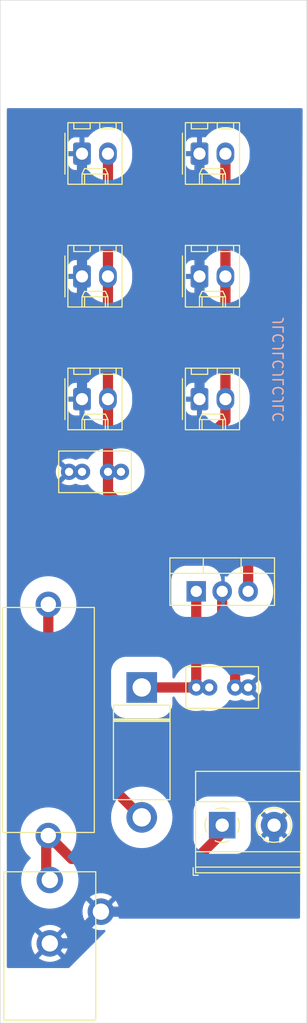
<source format=kicad_pcb>
(kicad_pcb (version 20221018) (generator pcbnew)
  (layers (0 "F.Cu" signal) (31 "B.Cu" signal) (34 "B.Paste" user) (35 "F.Paste" user) (36 "B.SilkS" user "B.Silkscreen") (37 "F.SilkS" user "F.Silkscreen") (38 "B.Mask" user) (39 "F.Mask" user) (44 "Edge.Cuts" user))
  (net 0 "")
  (net 1 "Net-(D2-K)")
  (net 2 "GND")
  (net 3 "+5V")
  (net 4 "Net-(D2-A)")
  (net 5 "Net-(J2-Pin_1)")
  (footprint "power:D_DO-201AE_P12.70mm_Horizontal" (layer "F.Cu") (at 53.848 107.188 -90)
    (fp_text reference "D2" hide)
    (fp_text value "D_Schottky" hide)
    (fp_line (start 1.54 0) (end 1.73 0) (stroke (width 0.12)) (layer "F.SilkS"))
    (fp_line (start 1.73 -2.77) (end 1.73 2.77) (stroke (width 0.12)) (layer "F.SilkS"))
    (fp_line (start 1.73 2.77) (end 10.97 2.77) (stroke (width 0.12)) (layer "F.SilkS"))
    (fp_line (start 3.08 -2.77) (end 3.08 2.77) (stroke (width 0.12)) (layer "F.SilkS"))
    (fp_line (start 3.2 -2.77) (end 3.2 2.77) (stroke (width 0.12)) (layer "F.SilkS"))
    (fp_line (start 3.32 -2.77) (end 3.32 2.77) (stroke (width 0.12)) (layer "F.SilkS"))
    (fp_line (start 10.97 -2.77) (end 1.73 -2.77) (stroke (width 0.12)) (layer "F.SilkS"))
    (fp_line (start 10.97 2.77) (end 10.97 -2.77) (stroke (width 0.12)) (layer "F.SilkS"))
    (fp_line (start 11.16 0) (end 10.97 0) (stroke (width 0.12)) (layer "F.SilkS"))
    (pad "1" thru_hole rect (at 0 0 270) (size 3 3) (drill 1.8) (layers "*.Cu" "*.Mask") (net 1 "Net-(D2-K)"))
    (pad "2" thru_hole oval (at 12.7 0 270) (size 3 3) (drill 1.8) (layers "*.Cu" "*.Mask") (net 4 "Net-(D2-A)"))
  )
  (footprint "power:CLIFF_FCR681465P" (layer "F.Cu") (at 44.85 139.709 -90)
    (fp_text reference "J1" hide)
    (fp_text value "CLIFF_FCR681465P" hide)
    (fp_line (start -14.5 -4.5) (end 0 -4.5) (stroke (width 0.12)) (layer "F.SilkS"))
    (fp_line (start -14.5 4.5) (end -14.5 -4.5) (stroke (width 0.12)) (layer "F.SilkS"))
    (fp_line (start 0 -4.5) (end 0 4.5) (stroke (width 0.12)) (layer "F.SilkS"))
    (fp_line (start 0 4.5) (end -14.5 4.5) (stroke (width 0.12)) (layer "F.SilkS"))
    (pad "1" thru_hole circle (at -13.7 0 270) (size 2.6 2.6) (drill 1.6) (layers "*.Cu" "*.Mask") (net 5 "Net-(J2-Pin_1)"))
    (pad "2" thru_hole circle (at -10.6 -5 270) (size 2.6 2.6) (drill 1.6) (layers "*.Cu" "*.Mask") (net 2 "GND"))
    (pad "3" thru_hole circle (at -7.5 0 270) (size 2.6 2.6) (drill 1.6) (layers "*.Cu" "*.Mask") (net 2 "GND"))
  )
  (footprint "Connector_Molex:Molex_KK-254_AE-6410-02A_1x02_P2.54mm_Vertical" (layer "F.Cu") (at 59.5 79)
    (fp_text reference "J10" hide)
    (fp_text value "Conn_01x02" hide)
    (fp_line (start -1.67 -2) (end -1.67 2) (stroke (width 0.12)) (layer "F.SilkS"))
    (fp_line (start -1.38 -3.03) (end -1.38 2.99) (stroke (width 0.12)) (layer "F.SilkS"))
    (fp_line (start -1.38 2.99) (end 3.92 2.99) (stroke (width 0.12)) (layer "F.SilkS"))
    (fp_line (start -0.8 -3.03) (end -0.8 -2.43) (stroke (width 0.12)) (layer "F.SilkS"))
    (fp_line (start -0.8 -2.43) (end 0.8 -2.43) (stroke (width 0.12)) (layer "F.SilkS"))
    (fp_line (start 0 1.99) (end 0.25 1.46) (stroke (width 0.12)) (layer "F.SilkS"))
    (fp_line (start 0 1.99) (end 2.54 1.99) (stroke (width 0.12)) (layer "F.SilkS"))
    (fp_line (start 0 2.99) (end 0 1.99) (stroke (width 0.12)) (layer "F.SilkS"))
    (fp_line (start 0.25 1.46) (end 2.29 1.46) (stroke (width 0.12)) (layer "F.SilkS"))
    (fp_line (start 0.25 2.99) (end 0.25 1.99) (stroke (width 0.12)) (layer "F.SilkS"))
    (fp_line (start 0.8 -2.43) (end 0.8 -3.03) (stroke (width 0.12)) (layer "F.SilkS"))
    (fp_line (start 1.74 -3.03) (end 1.74 -2.43) (stroke (width 0.12)) (layer "F.SilkS"))
    (fp_line (start 1.74 -2.43) (end 3.34 -2.43) (stroke (width 0.12)) (layer "F.SilkS"))
    (fp_line (start 2.29 1.46) (end 2.54 1.99) (stroke (width 0.12)) (layer "F.SilkS"))
    (fp_line (start 2.29 2.99) (end 2.29 1.99) (stroke (width 0.12)) (layer "F.SilkS"))
    (fp_line (start 2.54 1.99) (end 2.54 2.99) (stroke (width 0.12)) (layer "F.SilkS"))
    (fp_line (start 3.34 -2.43) (end 3.34 -3.03) (stroke (width 0.12)) (layer "F.SilkS"))
    (fp_line (start 3.92 -3.03) (end -1.38 -3.03) (stroke (width 0.12)) (layer "F.SilkS"))
    (fp_line (start 3.92 2.99) (end 3.92 -3.03) (stroke (width 0.12)) (layer "F.SilkS"))
    (pad "1" thru_hole roundrect (at 0 0) (size 1.74 2.19) (drill 1.19) (layers "*.Cu" "*.Mask") (roundrect_rratio 0.1436781609) (net 2 "GND"))
    (pad "2" thru_hole oval (at 2.54 0) (size 1.74 2.19) (drill 1.19) (layers "*.Cu" "*.Mask") (net 3 "+5V"))
  )
  (footprint "power:MountingHole_3.5mm" (layer "F.Cu") (at 55 135)
    (fp_text reference "H1" hide)
    (fp_text value "MountingHole" hide)
    (pad "" np_thru_hole circle (at 0 0) (size 3.5 3.5) (drill 3.5) (layers "*.Cu" "*.Mask"))
  )
  (footprint "Connector_Molex:Molex_KK-254_AE-6410-02A_1x02_P2.54mm_Vertical" (layer "F.Cu") (at 48 79)
    (fp_text reference "J9" hide)
    (fp_text value "Conn_01x02" hide)
    (fp_line (start -1.67 -2) (end -1.67 2) (stroke (width 0.12)) (layer "F.SilkS"))
    (fp_line (start -1.38 -3.03) (end -1.38 2.99) (stroke (width 0.12)) (layer "F.SilkS"))
    (fp_line (start -1.38 2.99) (end 3.92 2.99) (stroke (width 0.12)) (layer "F.SilkS"))
    (fp_line (start -0.8 -3.03) (end -0.8 -2.43) (stroke (width 0.12)) (layer "F.SilkS"))
    (fp_line (start -0.8 -2.43) (end 0.8 -2.43) (stroke (width 0.12)) (layer "F.SilkS"))
    (fp_line (start 0 1.99) (end 0.25 1.46) (stroke (width 0.12)) (layer "F.SilkS"))
    (fp_line (start 0 1.99) (end 2.54 1.99) (stroke (width 0.12)) (layer "F.SilkS"))
    (fp_line (start 0 2.99) (end 0 1.99) (stroke (width 0.12)) (layer "F.SilkS"))
    (fp_line (start 0.25 1.46) (end 2.29 1.46) (stroke (width 0.12)) (layer "F.SilkS"))
    (fp_line (start 0.25 2.99) (end 0.25 1.99) (stroke (width 0.12)) (layer "F.SilkS"))
    (fp_line (start 0.8 -2.43) (end 0.8 -3.03) (stroke (width 0.12)) (layer "F.SilkS"))
    (fp_line (start 1.74 -3.03) (end 1.74 -2.43) (stroke (width 0.12)) (layer "F.SilkS"))
    (fp_line (start 1.74 -2.43) (end 3.34 -2.43) (stroke (width 0.12)) (layer "F.SilkS"))
    (fp_line (start 2.29 1.46) (end 2.54 1.99) (stroke (width 0.12)) (layer "F.SilkS"))
    (fp_line (start 2.29 2.99) (end 2.29 1.99) (stroke (width 0.12)) (layer "F.SilkS"))
    (fp_line (start 2.54 1.99) (end 2.54 2.99) (stroke (width 0.12)) (layer "F.SilkS"))
    (fp_line (start 3.34 -2.43) (end 3.34 -3.03) (stroke (width 0.12)) (layer "F.SilkS"))
    (fp_line (start 3.92 -3.03) (end -1.38 -3.03) (stroke (width 0.12)) (layer "F.SilkS"))
    (fp_line (start 3.92 2.99) (end 3.92 -3.03) (stroke (width 0.12)) (layer "F.SilkS"))
    (pad "1" thru_hole roundrect (at 0 0) (size 1.74 2.19) (drill 1.19) (layers "*.Cu" "*.Mask") (roundrect_rratio 0.1436781609) (net 2 "GND"))
    (pad "2" thru_hole oval (at 2.54 0) (size 1.74 2.19) (drill 1.19) (layers "*.Cu" "*.Mask") (net 3 "+5V"))
  )
  (footprint "Package_TO_SOT_THT:TO-220-3_Vertical" (layer "F.Cu") (at 59.182 97.79)
    (fp_text reference "U1" hide)
    (fp_text value "L7805" hide)
    (fp_line (start -2.58 -3.27) (end -2.58 1.371) (stroke (width 0.12)) (layer "F.SilkS"))
    (fp_line (start -2.58 -3.27) (end 7.66 -3.27) (stroke (width 0.12)) (layer "F.SilkS"))
    (fp_line (start -2.58 -1.76) (end 7.66 -1.76) (stroke (width 0.12)) (layer "F.SilkS"))
    (fp_line (start -2.58 1.371) (end 7.66 1.371) (stroke (width 0.12)) (layer "F.SilkS"))
    (fp_line (start 0.69 -3.27) (end 0.69 -1.76) (stroke (width 0.12)) (layer "F.SilkS"))
    (fp_line (start 4.391 -3.27) (end 4.391 -1.76) (stroke (width 0.12)) (layer "F.SilkS"))
    (fp_line (start 7.66 -3.27) (end 7.66 1.371) (stroke (width 0.12)) (layer "F.SilkS"))
    (pad "1" thru_hole rect (at 0 0) (size 1.905 2) (drill 1.1) (layers "*.Cu" "*.Mask") (net 1 "Net-(D2-K)"))
    (pad "2" thru_hole oval (at 2.54 0) (size 1.905 2) (drill 1.1) (layers "*.Cu" "*.Mask") (net 2 "GND"))
    (pad "3" thru_hole oval (at 5.08 0) (size 1.905 2) (drill 1.1) (layers "*.Cu" "*.Mask") (net 3 "+5V"))
  )
  (footprint "Connector_Molex:Molex_KK-254_AE-6410-02A_1x02_P2.54mm_Vertical" (layer "F.Cu") (at 48 55)
    (fp_text reference "J3" hide)
    (fp_text value "Conn_01x02" hide)
    (fp_line (start -1.67 -2) (end -1.67 2) (stroke (width 0.12)) (layer "F.SilkS"))
    (fp_line (start -1.38 -3.03) (end -1.38 2.99) (stroke (width 0.12)) (layer "F.SilkS"))
    (fp_line (start -1.38 2.99) (end 3.92 2.99) (stroke (width 0.12)) (layer "F.SilkS"))
    (fp_line (start -0.8 -3.03) (end -0.8 -2.43) (stroke (width 0.12)) (layer "F.SilkS"))
    (fp_line (start -0.8 -2.43) (end 0.8 -2.43) (stroke (width 0.12)) (layer "F.SilkS"))
    (fp_line (start 0 1.99) (end 0.25 1.46) (stroke (width 0.12)) (layer "F.SilkS"))
    (fp_line (start 0 1.99) (end 2.54 1.99) (stroke (width 0.12)) (layer "F.SilkS"))
    (fp_line (start 0 2.99) (end 0 1.99) (stroke (width 0.12)) (layer "F.SilkS"))
    (fp_line (start 0.25 1.46) (end 2.29 1.46) (stroke (width 0.12)) (layer "F.SilkS"))
    (fp_line (start 0.25 2.99) (end 0.25 1.99) (stroke (width 0.12)) (layer "F.SilkS"))
    (fp_line (start 0.8 -2.43) (end 0.8 -3.03) (stroke (width 0.12)) (layer "F.SilkS"))
    (fp_line (start 1.74 -3.03) (end 1.74 -2.43) (stroke (width 0.12)) (layer "F.SilkS"))
    (fp_line (start 1.74 -2.43) (end 3.34 -2.43) (stroke (width 0.12)) (layer "F.SilkS"))
    (fp_line (start 2.29 1.46) (end 2.54 1.99) (stroke (width 0.12)) (layer "F.SilkS"))
    (fp_line (start 2.29 2.99) (end 2.29 1.99) (stroke (width 0.12)) (layer "F.SilkS"))
    (fp_line (start 2.54 1.99) (end 2.54 2.99) (stroke (width 0.12)) (layer "F.SilkS"))
    (fp_line (start 3.34 -2.43) (end 3.34 -3.03) (stroke (width 0.12)) (layer "F.SilkS"))
    (fp_line (start 3.92 -3.03) (end -1.38 -3.03) (stroke (width 0.12)) (layer "F.SilkS"))
    (fp_line (start 3.92 2.99) (end 3.92 -3.03) (stroke (width 0.12)) (layer "F.SilkS"))
    (pad "1" thru_hole roundrect (at 0 0) (size 1.74 2.19) (drill 1.19) (layers "*.Cu" "*.Mask") (roundrect_rratio 0.1436781609) (net 2 "GND"))
    (pad "2" thru_hole oval (at 2.54 0) (size 1.74 2.19) (drill 1.19) (layers "*.Cu" "*.Mask") (net 3 "+5V"))
  )
  (footprint "power:C_Rect_L7.2mm_W2.2mm_P2.54mm_P5.08mm" (layer "F.Cu") (at 51.816 86.106 180)
    (fp_text reference "C4" hide)
    (fp_text value "100n" hide)
    (fp_line (start -1.016 -2.032) (end -1.016 2.032) (stroke (width 0.12)) (layer "F.SilkS"))
    (fp_line (start -1.016 -2.032) (end 6.096 -2.032) (stroke (width 0.12)) (layer "F.SilkS"))
    (fp_line (start -1.016 2.032) (end 6.096 2.032) (stroke (width 0.12)) (layer "F.SilkS"))
    (fp_line (start 6.096 -2.032) (end 6.096 2.032) (stroke (width 0.12)) (layer "F.SilkS"))
    (pad "1" thru_hole circle (at 0 0 180) (size 1.6 1.6) (drill 0.8) (layers "*.Cu" "*.Mask") (net 3 "+5V"))
    (pad "1" thru_hole circle (at 1.27 0 180) (size 1.6 1.6) (drill 0.8) (layers "*.Cu" "*.Mask") (net 3 "+5V"))
    (pad "2" thru_hole circle (at 3.81 0 180) (size 1.6 1.6) (drill 0.8) (layers "*.Cu" "*.Mask") (net 2 "GND"))
    (pad "2" thru_hole circle (at 5.08 0 180) (size 1.6 1.6) (drill 0.8) (layers "*.Cu" "*.Mask") (net 2 "GND"))
  )
  (footprint "power:C_Rect_L7.2mm_W2.2mm_P2.54mm_P5.08mm" (layer "F.Cu") (at 59.182 107.188)
    (fp_text reference "C3" hide)
    (fp_text value "330n" hide)
    (fp_line (start -1.016 -2.032) (end -1.016 2.032) (stroke (width 0.12)) (layer "F.SilkS"))
    (fp_line (start -1.016 -2.032) (end 6.096 -2.032) (stroke (width 0.12)) (layer "F.SilkS"))
    (fp_line (start -1.016 2.032) (end 6.096 2.032) (stroke (width 0.12)) (layer "F.SilkS"))
    (fp_line (start 6.096 -2.032) (end 6.096 2.032) (stroke (width 0.12)) (layer "F.SilkS"))
    (pad "1" thru_hole circle (at 0 0) (size 1.6 1.6) (drill 0.8) (layers "*.Cu" "*.Mask") (net 1 "Net-(D2-K)"))
    (pad "1" thru_hole circle (at 1.27 0) (size 1.6 1.6) (drill 0.8) (layers "*.Cu" "*.Mask") (net 1 "Net-(D2-K)"))
    (pad "2" thru_hole circle (at 3.81 0) (size 1.6 1.6) (drill 0.8) (layers "*.Cu" "*.Mask") (net 2 "GND"))
    (pad "2" thru_hole circle (at 5.08 0) (size 1.6 1.6) (drill 0.8) (layers "*.Cu" "*.Mask") (net 2 "GND"))
  )
  (footprint "TerminalBlock_Phoenix:TerminalBlock_Phoenix_MKDS-1,5-2-5.08_1x02_P5.08mm_Horizontal" (layer "F.Cu") (at 61.722 120.65)
    (fp_text reference "J2" hide)
    (fp_text value "Screw_Terminal_01x02" hide)
    (fp_line (start -2.84 4.16) (end -2.84 4.9) (stroke (width 0.12)) (layer "F.SilkS"))
    (fp_line (start -2.84 4.9) (end -2.34 4.9) (stroke (width 0.12)) (layer "F.SilkS"))
    (fp_line (start -2.6 -5.261) (end -2.6 4.66) (stroke (width 0.12)) (layer "F.SilkS"))
    (fp_line (start -2.6 -5.261) (end 7.68 -5.261) (stroke (width 0.12)) (layer "F.SilkS"))
    (fp_line (start -2.6 -2.301) (end 7.68 -2.301) (stroke (width 0.12)) (layer "F.SilkS"))
    (fp_line (start -2.6 2.6) (end 7.68 2.6) (stroke (width 0.12)) (layer "F.SilkS"))
    (fp_line (start -2.6 4.1) (end 7.68 4.1) (stroke (width 0.12)) (layer "F.SilkS"))
    (fp_line (start -2.6 4.66) (end 7.68 4.66) (stroke (width 0.12)) (layer "F.SilkS"))
    (fp_line (start 3.853 1.023) (end 3.806 1.069) (stroke (width 0.12)) (layer "F.SilkS"))
    (fp_line (start 4.046 1.239) (end 4.011 1.274) (stroke (width 0.12)) (layer "F.SilkS"))
    (fp_line (start 6.15 -1.275) (end 6.115 -1.239) (stroke (width 0.12)) (layer "F.SilkS"))
    (fp_line (start 6.355 -1.069) (end 6.308 -1.023) (stroke (width 0.12)) (layer "F.SilkS"))
    (fp_line (start 7.68 -5.261) (end 7.68 4.66) (stroke (width 0.12)) (layer "F.SilkS"))
    (fp_arc (start -1.535427 0.683042) (mid -1.680501 -0.000524) (end -1.535 -0.684) (stroke (width 0.12)) (layer "F.SilkS"))
    (fp_arc (start -0.683042 -1.535427) (mid 0.000524 -1.680501) (end 0.684 -1.535) (stroke (width 0.12)) (layer "F.SilkS"))
    (fp_arc (start 0.028805 1.680253) (mid -0.335551 1.646659) (end -0.684 1.535) (stroke (width 0.12)) (layer "F.SilkS"))
    (fp_arc (start 0.683318 1.534756) (mid 0.349292 1.643288) (end 0 1.68) (stroke (width 0.12)) (layer "F.SilkS"))
    (fp_arc (start 1.535427 -0.683042) (mid 1.680501 0.000524) (end 1.535 0.684) (stroke (width 0.12)) (layer "F.SilkS"))
    (fp_circle (center 5.08 0) (end 6.76 0) (stroke (width 0.12)) (fill none) (layer "F.SilkS"))
    (pad "1" thru_hole rect (at 0 0) (size 2.6 2.6) (drill 1.3) (layers "*.Cu" "*.Mask") (net 5 "Net-(J2-Pin_1)"))
    (pad "2" thru_hole circle (at 5.08 0) (size 2.6 2.6) (drill 1.3) (layers "*.Cu" "*.Mask") (net 2 "GND"))
  )
  (footprint "power:Sicherungshalter" (layer "F.Cu") (at 44.704 121.366 90)
    (fp_text reference "F1" hide)
    (fp_text value "Fuse" hide)
    (fp_line (start 0 -4.5) (end 22 -4.5) (stroke (width 0.12)) (layer "F.SilkS"))
    (fp_line (start 0 4.5) (end 0 -4.5) (stroke (width 0.12)) (layer "F.SilkS"))
    (fp_line (start 0 4.5) (end 22 4.5) (stroke (width 0.12)) (layer "F.SilkS"))
    (fp_line (start 22 -4.5) (end 22 4.5) (stroke (width 0.12)) (layer "F.SilkS"))
    (pad "1" thru_hole circle (at -0.3 0 90) (size 2.5 2.5) (drill 1.5) (layers "*.Cu" "*.Mask") (net 5 "Net-(J2-Pin_1)"))
    (pad "2" thru_hole circle (at 22.3 0 90) (size 2.5 2.5) (drill 1.5) (layers "*.Cu" "*.Mask") (net 4 "Net-(D2-A)"))
  )
  (footprint "power:MountingHole_3.5mm" (layer "F.Cu") (at 55 45)
    (fp_text reference "H2" hide)
    (fp_text value "MountingHole" hide)
    (pad "" np_thru_hole circle (at 0 0) (size 3.5 3.5) (drill 3.5) (layers "*.Cu" "*.Mask"))
  )
  (footprint "Connector_Molex:Molex_KK-254_AE-6410-02A_1x02_P2.54mm_Vertical" (layer "F.Cu") (at 48 67)
    (fp_text reference "J7" hide)
    (fp_text value "Conn_01x02" hide)
    (fp_line (start -1.67 -2) (end -1.67 2) (stroke (width 0.12)) (layer "F.SilkS"))
    (fp_line (start -1.38 -3.03) (end -1.38 2.99) (stroke (width 0.12)) (layer "F.SilkS"))
    (fp_line (start -1.38 2.99) (end 3.92 2.99) (stroke (width 0.12)) (layer "F.SilkS"))
    (fp_line (start -0.8 -3.03) (end -0.8 -2.43) (stroke (width 0.12)) (layer "F.SilkS"))
    (fp_line (start -0.8 -2.43) (end 0.8 -2.43) (stroke (width 0.12)) (layer "F.SilkS"))
    (fp_line (start 0 1.99) (end 0.25 1.46) (stroke (width 0.12)) (layer "F.SilkS"))
    (fp_line (start 0 1.99) (end 2.54 1.99) (stroke (width 0.12)) (layer "F.SilkS"))
    (fp_line (start 0 2.99) (end 0 1.99) (stroke (width 0.12)) (layer "F.SilkS"))
    (fp_line (start 0.25 1.46) (end 2.29 1.46) (stroke (width 0.12)) (layer "F.SilkS"))
    (fp_line (start 0.25 2.99) (end 0.25 1.99) (stroke (width 0.12)) (layer "F.SilkS"))
    (fp_line (start 0.8 -2.43) (end 0.8 -3.03) (stroke (width 0.12)) (layer "F.SilkS"))
    (fp_line (start 1.74 -3.03) (end 1.74 -2.43) (stroke (width 0.12)) (layer "F.SilkS"))
    (fp_line (start 1.74 -2.43) (end 3.34 -2.43) (stroke (width 0.12)) (layer "F.SilkS"))
    (fp_line (start 2.29 1.46) (end 2.54 1.99) (stroke (width 0.12)) (layer "F.SilkS"))
    (fp_line (start 2.29 2.99) (end 2.29 1.99) (stroke (width 0.12)) (layer "F.SilkS"))
    (fp_line (start 2.54 1.99) (end 2.54 2.99) (stroke (width 0.12)) (layer "F.SilkS"))
    (fp_line (start 3.34 -2.43) (end 3.34 -3.03) (stroke (width 0.12)) (layer "F.SilkS"))
    (fp_line (start 3.92 -3.03) (end -1.38 -3.03) (stroke (width 0.12)) (layer "F.SilkS"))
    (fp_line (start 3.92 2.99) (end 3.92 -3.03) (stroke (width 0.12)) (layer "F.SilkS"))
    (pad "1" thru_hole roundrect (at 0 0) (size 1.74 2.19) (drill 1.19) (layers "*.Cu" "*.Mask") (roundrect_rratio 0.1436781609) (net 2 "GND"))
    (pad "2" thru_hole oval (at 2.54 0) (size 1.74 2.19) (drill 1.19) (layers "*.Cu" "*.Mask") (net 3 "+5V"))
  )
  (footprint "Connector_Molex:Molex_KK-254_AE-6410-02A_1x02_P2.54mm_Vertical" (layer "F.Cu") (at 59.5 55)
    (fp_text reference "J4" hide)
    (fp_text value "Conn_01x02" hide)
    (fp_line (start -1.67 -2) (end -1.67 2) (stroke (width 0.12)) (layer "F.SilkS"))
    (fp_line (start -1.38 -3.03) (end -1.38 2.99) (stroke (width 0.12)) (layer "F.SilkS"))
    (fp_line (start -1.38 2.99) (end 3.92 2.99) (stroke (width 0.12)) (layer "F.SilkS"))
    (fp_line (start -0.8 -3.03) (end -0.8 -2.43) (stroke (width 0.12)) (layer "F.SilkS"))
    (fp_line (start -0.8 -2.43) (end 0.8 -2.43) (stroke (width 0.12)) (layer "F.SilkS"))
    (fp_line (start 0 1.99) (end 0.25 1.46) (stroke (width 0.12)) (layer "F.SilkS"))
    (fp_line (start 0 1.99) (end 2.54 1.99) (stroke (width 0.12)) (layer "F.SilkS"))
    (fp_line (start 0 2.99) (end 0 1.99) (stroke (width 0.12)) (layer "F.SilkS"))
    (fp_line (start 0.25 1.46) (end 2.29 1.46) (stroke (width 0.12)) (layer "F.SilkS"))
    (fp_line (start 0.25 2.99) (end 0.25 1.99) (stroke (width 0.12)) (layer "F.SilkS"))
    (fp_line (start 0.8 -2.43) (end 0.8 -3.03) (stroke (width 0.12)) (layer "F.SilkS"))
    (fp_line (start 1.74 -3.03) (end 1.74 -2.43) (stroke (width 0.12)) (layer "F.SilkS"))
    (fp_line (start 1.74 -2.43) (end 3.34 -2.43) (stroke (width 0.12)) (layer "F.SilkS"))
    (fp_line (start 2.29 1.46) (end 2.54 1.99) (stroke (width 0.12)) (layer "F.SilkS"))
    (fp_line (start 2.29 2.99) (end 2.29 1.99) (stroke (width 0.12)) (layer "F.SilkS"))
    (fp_line (start 2.54 1.99) (end 2.54 2.99) (stroke (width 0.12)) (layer "F.SilkS"))
    (fp_line (start 3.34 -2.43) (end 3.34 -3.03) (stroke (width 0.12)) (layer "F.SilkS"))
    (fp_line (start 3.92 -3.03) (end -1.38 -3.03) (stroke (width 0.12)) (layer "F.SilkS"))
    (fp_line (start 3.92 2.99) (end 3.92 -3.03) (stroke (width 0.12)) (layer "F.SilkS"))
    (pad "1" thru_hole roundrect (at 0 0) (size 1.74 2.19) (drill 1.19) (layers "*.Cu" "*.Mask") (roundrect_rratio 0.1436781609) (net 2 "GND"))
    (pad "2" thru_hole oval (at 2.54 0) (size 1.74 2.19) (drill 1.19) (layers "*.Cu" "*.Mask") (net 3 "+5V"))
  )
  (footprint "Connector_Molex:Molex_KK-254_AE-6410-02A_1x02_P2.54mm_Vertical" (layer "F.Cu") (at 59.5 67)
    (fp_text reference "J8" hide)
    (fp_text value "Conn_01x02" hide)
    (fp_line (start -1.67 -2) (end -1.67 2) (stroke (width 0.12)) (layer "F.SilkS"))
    (fp_line (start -1.38 -3.03) (end -1.38 2.99) (stroke (width 0.12)) (layer "F.SilkS"))
    (fp_line (start -1.38 2.99) (end 3.92 2.99) (stroke (width 0.12)) (layer "F.SilkS"))
    (fp_line (start -0.8 -3.03) (end -0.8 -2.43) (stroke (width 0.12)) (layer "F.SilkS"))
    (fp_line (start -0.8 -2.43) (end 0.8 -2.43) (stroke (width 0.12)) (layer "F.SilkS"))
    (fp_line (start 0 1.99) (end 0.25 1.46) (stroke (width 0.12)) (layer "F.SilkS"))
    (fp_line (start 0 1.99) (end 2.54 1.99) (stroke (width 0.12)) (layer "F.SilkS"))
    (fp_line (start 0 2.99) (end 0 1.99) (stroke (width 0.12)) (layer "F.SilkS"))
    (fp_line (start 0.25 1.46) (end 2.29 1.46) (stroke (width 0.12)) (layer "F.SilkS"))
    (fp_line (start 0.25 2.99) (end 0.25 1.99) (stroke (width 0.12)) (layer "F.SilkS"))
    (fp_line (start 0.8 -2.43) (end 0.8 -3.03) (stroke (width 0.12)) (layer "F.SilkS"))
    (fp_line (start 1.74 -3.03) (end 1.74 -2.43) (stroke (width 0.12)) (layer "F.SilkS"))
    (fp_line (start 1.74 -2.43) (end 3.34 -2.43) (stroke (width 0.12)) (layer "F.SilkS"))
    (fp_line (start 2.29 1.46) (end 2.54 1.99) (stroke (width 0.12)) (layer "F.SilkS"))
    (fp_line (start 2.29 2.99) (end 2.29 1.99) (stroke (width 0.12)) (layer "F.SilkS"))
    (fp_line (start 2.54 1.99) (end 2.54 2.99) (stroke (width 0.12)) (layer "F.SilkS"))
    (fp_line (start 3.34 -2.43) (end 3.34 -3.03) (stroke (width 0.12)) (layer "F.SilkS"))
    (fp_line (start 3.92 -3.03) (end -1.38 -3.03) (stroke (width 0.12)) (layer "F.SilkS"))
    (fp_line (start 3.92 2.99) (end 3.92 -3.03) (stroke (width 0.12)) (layer "F.SilkS"))
    (pad "1" thru_hole roundrect (at 0 0) (size 1.74 2.19) (drill 1.19) (layers "*.Cu" "*.Mask") (roundrect_rratio 0.1436781609) (net 2 "GND"))
    (pad "2" thru_hole oval (at 2.54 0) (size 1.74 2.19) (drill 1.19) (layers "*.Cu" "*.Mask") (net 3 "+5V"))
  )
  (gr_rect (start 40 40) (end 70 140) (stroke (width 0.05)) (fill none) (layer "Edge.Cuts"))
  (gr_text "JLCJLCJLCJLC" (at 67.818 70.866 90) (layer "B.SilkS") (effects (font (size 1 1)) (justify left bottom mirror)))
  (segment (start 53.848 107.188) (end 59.182 107.188) (width 1) (layer "F.Cu") (net 1))
  (segment (start 59.182 107.188) (end 59.182 97.79) (width 1) (layer "F.Cu") (net 1))
  (segment (start 61.722 97.79) (end 61.722 102.616) (width 1) (layer "F.Cu") (net 2))
  (segment (start 62.992 103.886) (end 62.992 107.188) (width 1) (layer "F.Cu") (net 2))
  (segment (start 61.722 102.616) (end 62.992 103.886) (width 1) (layer "F.Cu") (net 2))
  (segment (start 49.85 129.109) (end 60.883 129.109) (width 1) (layer "B.Cu") (net 2))
  (segment (start 59.436 79.064) (end 59.5 79) (width 1) (layer "B.Cu") (net 2))
  (segment (start 48 67) (end 48 55) (width 1) (layer "B.Cu") (net 2))
  (segment (start 44.85 132.209) (end 46.75 132.209) (width 1) (layer "B.Cu") (net 2))
  (segment (start 46.75 132.209) (end 49.85 129.109) (width 1) (layer "B.Cu") (net 2))
  (segment (start 59.5 67) (end 59.5 55) (width 1) (layer "B.Cu") (net 2))
  (segment (start 60.883 129.109) (end 66.802 123.19) (width 1) (layer "B.Cu") (net 2))
  (segment (start 66.802 123.19) (end 66.802 120.65) (width 1) (layer "B.Cu") (net 2))
  (segment (start 48 79) (end 48 67) (width 1) (layer "B.Cu") (net 2))
  (segment (start 59.5 79) (end 59.5 67) (width 1) (layer "B.Cu") (net 2))
  (segment (start 61.976 79.064) (end 62.04 79) (width 1) (layer "F.Cu") (net 3))
  (segment (start 60.585 82.55) (end 62.04 81.095) (width 1) (layer "F.Cu") (net 3))
  (segment (start 61.468 91.948) (end 54.356 91.948) (width 1) (layer "F.Cu") (net 3))
  (segment (start 64.262 97.79) (end 64.262 94.742) (width 1) (layer "F.Cu") (net 3))
  (segment (start 50.546 79.006) (end 50.54 79) (width 1) (layer "F.Cu") (net 3))
  (segment (start 62.04 79) (end 62.04 67) (width 1) (layer "F.Cu") (net 3))
  (segment (start 50.546 82.55) (end 50.546 79.006) (width 1) (layer "F.Cu") (net 3))
  (segment (start 50.546 88.138) (end 50.546 86.106) (width 1) (layer "F.Cu") (net 3))
  (segment (start 50.54 79) (end 50.54 67) (width 1) (layer "F.Cu") (net 3))
  (segment (start 54.356 91.948) (end 50.546 88.138) (width 1) (layer "F.Cu") (net 3))
  (segment (start 50.546 86.106) (end 50.546 82.55) (width 1) (layer "F.Cu") (net 3))
  (segment (start 50.546 82.55) (end 60.585 82.55) (width 1) (layer "F.Cu") (net 3))
  (segment (start 64.262 94.742) (end 61.468 91.948) (width 1) (layer "F.Cu") (net 3))
  (segment (start 50.54 67) (end 50.54 55) (width 1) (layer "F.Cu") (net 3))
  (segment (start 62.04 67) (end 62.04 55) (width 1) (layer "F.Cu") (net 3))
  (segment (start 62.04 81.095) (end 62.04 79) (width 1) (layer "F.Cu") (net 3))
  (segment (start 44.704 110.744) (end 53.848 119.888) (width 1) (layer "F.Cu") (net 4))
  (segment (start 44.704 99.066) (end 44.704 110.744) (width 1) (layer "F.Cu") (net 4))
  (segment (start 44.5 126.3) (end 44.5 121.87) (width 1) (layer "F.Cu") (net 5))
  (segment (start 61.722 120.65) (end 61.722 121.412) (width 1) (layer "F.Cu") (net 5))
  (segment (start 44.5 121.87) (end 44.704 121.666) (width 1) (layer "F.Cu") (net 5))
  (segment (start 59.182 123.952) (end 46.99 123.952) (width 1) (layer "F.Cu") (net 5))
  (segment (start 46.99 123.952) (end 44.704 121.666) (width 1) (layer "F.Cu") (net 5))
  (segment (start 61.722 121.412) (end 59.182 123.952) (width 1) (layer "F.Cu") (net 5))
  (zone (net 2) (net_name "GND") (layer "B.Cu") (connect_pads (clearance 1.5)) (min_thickness 0.25) (fill yes (thermal_gap 0.5) (thermal_bridge_width 0.5))
    (polygon (pts (xy 40.64 50.546) (xy 69.596 50.546) (xy 69.342 129.794) (xy 51.562 129.794) (xy 46.736 134.62) (xy 40.64 134.62)))
  )
)
</source>
